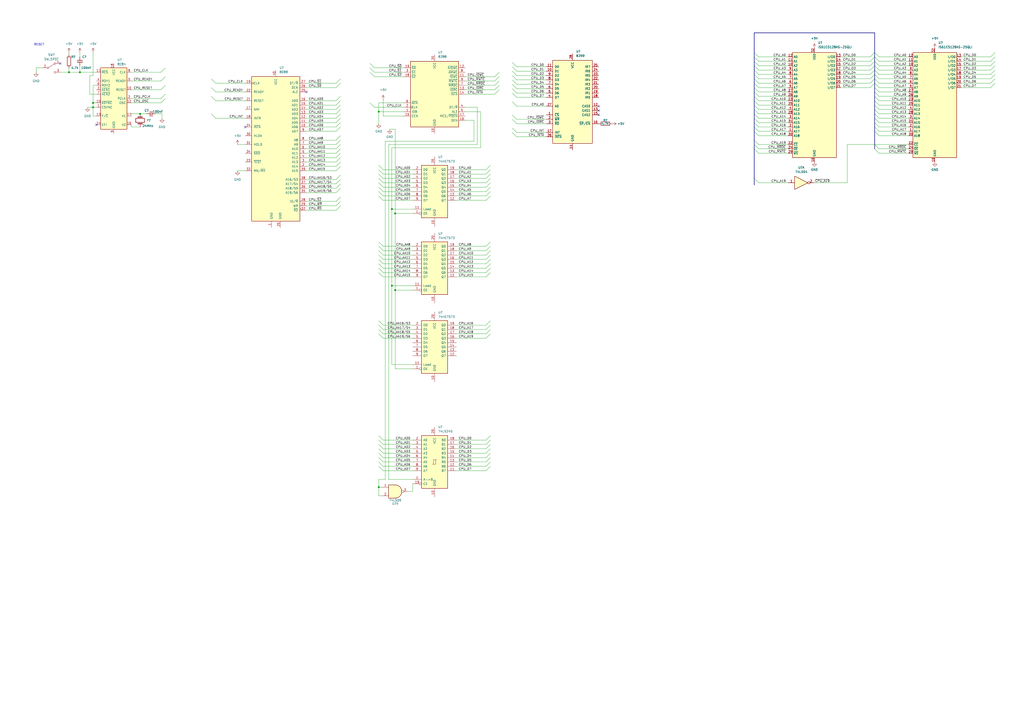
<source format=kicad_sch>
(kicad_sch (version 20211123) (generator eeschema)
  (paper "A2")
  (junction (at 53.975 59.69))
  (junction (at 229.235 123.825))
  (junction (at 229.235 168.275))
  (junction (at 227.33 165.735))
  (junction (at 40.005 41.91))
  (junction (at 219.71 282.575))
  (junction (at 46.355 41.91))
  (junction (at 53.975 62.23))
  (junction (at 81.28 66.04))
  (junction (at 219.71 64.77))
  (junction (at 227.33 121.285))
  (no_connect (at 177.8 53.34))
  (no_connect (at 142.24 73.66))
  (no_connect (at 55.88 72.39))
  (no_connect (at 34.925 36.83))
  (no_connect (at 347.345 61.595))
  (no_connect (at 347.345 64.135))
  (no_connect (at 347.345 66.675))
  (bus_entry (at 509.905 60.96) (size -2.54 -2.54))
  (bus_entry (at 281.94 270.51) (size 2.54 -2.54))
  (bus_entry (at 299.72 76.835) (size -2.54 -2.54))
  (bus_entry (at 440.055 73.66) (size -2.54 -2.54))
  (bus_entry (at 194.945 66.04) (size 2.54 -2.54))
  (bus_entry (at 605.79 66.675) (size -2.54 -2.54))
  (bus_entry (at 299.72 79.375) (size -2.54 -2.54))
  (bus_entry (at 509.905 55.88) (size -2.54 -2.54))
  (bus_entry (at 222.25 103.505) (size -2.54 -2.54))
  (bus_entry (at 504.825 45.72) (size 2.54 -2.54))
  (bus_entry (at 440.055 76.2) (size -2.54 -2.54))
  (bus_entry (at 194.945 116.84) (size 2.54 -2.54))
  (bus_entry (at 281.94 255.27) (size 2.54 -2.54))
  (bus_entry (at 194.945 76.2) (size 2.54 -2.54))
  (bus_entry (at 605.79 125.095) (size -2.54 -2.54))
  (bus_entry (at 222.25 270.51) (size -2.54 -2.54))
  (bus_entry (at 574.675 43.18) (size 2.54 -2.54))
  (bus_entry (at 299.72 38.735) (size -2.54 -2.54))
  (bus_entry (at 605.79 71.755) (size -2.54 -2.54))
  (bus_entry (at 222.25 113.665) (size -2.54 -2.54))
  (bus_entry (at 509.905 53.34) (size -2.54 -2.54))
  (bus_entry (at 217.17 62.23) (size -2.54 -2.54))
  (bus_entry (at 440.055 33.02) (size -2.54 -2.54))
  (bus_entry (at 574.675 48.26) (size 2.54 -2.54))
  (bus_entry (at 194.945 99.06) (size 2.54 -2.54))
  (bus_entry (at 440.055 66.04) (size -2.54 -2.54))
  (bus_entry (at 509.905 50.8) (size -2.54 -2.54))
  (bus_entry (at 222.25 262.89) (size -2.54 -2.54))
  (bus_entry (at 281.94 196.215) (size 2.54 -2.54))
  (bus_entry (at 222.25 255.27) (size -2.54 -2.54))
  (bus_entry (at 194.945 81.28) (size 2.54 -2.54))
  (bus_entry (at 281.94 262.89) (size 2.54 -2.54))
  (bus_entry (at 574.675 40.64) (size 2.54 -2.54))
  (bus_entry (at 214.63 41.91) (size 2.54 2.54))
  (bus_entry (at 281.94 267.97) (size 2.54 -2.54))
  (bus_entry (at 605.79 48.895) (size -2.54 -2.54))
  (bus_entry (at 281.94 155.575) (size 2.54 -2.54))
  (bus_entry (at 440.055 48.26) (size -2.54 -2.54))
  (bus_entry (at 281.94 111.125) (size 2.54 -2.54))
  (bus_entry (at 574.675 50.8) (size 2.54 -2.54))
  (bus_entry (at 281.94 153.035) (size 2.54 -2.54))
  (bus_entry (at 222.25 106.045) (size -2.54 -2.54))
  (bus_entry (at 222.25 145.415) (size -2.54 -2.54))
  (bus_entry (at 574.675 45.72) (size 2.54 -2.54))
  (bus_entry (at 440.055 60.96) (size -2.54 -2.54))
  (bus_entry (at 125.095 48.26) (size -2.54 -2.54))
  (bus_entry (at 222.25 191.135) (size -2.54 -2.54))
  (bus_entry (at 194.945 121.92) (size 2.54 -2.54))
  (bus_entry (at 440.055 68.58) (size -2.54 -2.54))
  (bus_entry (at 605.79 159.385) (size -2.54 -2.54))
  (bus_entry (at 440.055 83.82) (size -2.54 -2.54))
  (bus_entry (at 509.905 71.12) (size -2.54 -2.54))
  (bus_entry (at 222.25 188.595) (size -2.54 -2.54))
  (bus_entry (at 194.945 68.58) (size 2.54 -2.54))
  (bus_entry (at 194.945 91.44) (size 2.54 -2.54))
  (bus_entry (at 605.79 164.465) (size -2.54 -2.54))
  (bus_entry (at 605.79 120.015) (size -2.54 -2.54))
  (bus_entry (at 194.945 96.52) (size 2.54 -2.54))
  (bus_entry (at 281.94 113.665) (size 2.54 -2.54))
  (bus_entry (at 214.63 39.37) (size 2.54 2.54))
  (bus_entry (at 194.945 109.22) (size 2.54 -2.54))
  (bus_entry (at 281.94 108.585) (size 2.54 -2.54))
  (bus_entry (at 194.945 71.12) (size 2.54 -2.54))
  (bus_entry (at 281.94 142.875) (size 2.54 -2.54))
  (bus_entry (at 194.945 48.26) (size 2.54 -2.54))
  (bus_entry (at 214.63 36.83) (size 2.54 2.54))
  (bus_entry (at 194.945 93.98) (size 2.54 -2.54))
  (bus_entry (at 281.94 158.115) (size 2.54 -2.54))
  (bus_entry (at 281.94 257.81) (size 2.54 -2.54))
  (bus_entry (at 509.905 76.2) (size -2.54 -2.54))
  (bus_entry (at 125.095 68.58) (size -2.54 -2.54))
  (bus_entry (at 222.25 116.205) (size -2.54 -2.54))
  (bus_entry (at 440.055 43.18) (size -2.54 -2.54))
  (bus_entry (at 440.055 106.045) (size -2.54 -2.54))
  (bus_entry (at 222.25 267.97) (size -2.54 -2.54))
  (bus_entry (at 605.79 51.435) (size -2.54 -2.54))
  (bus_entry (at 504.825 35.56) (size 2.54 -2.54))
  (bus_entry (at 93.345 46.99) (size 2.54 -2.54))
  (bus_entry (at 299.72 48.895) (size -2.54 -2.54))
  (bus_entry (at 509.905 38.1) (size -2.54 -2.54))
  (bus_entry (at 440.055 71.12) (size -2.54 -2.54))
  (bus_entry (at 605.79 112.395) (size -2.54 -2.54))
  (bus_entry (at 440.055 35.56) (size -2.54 -2.54))
  (bus_entry (at 299.72 53.975) (size -2.54 -2.54))
  (bus_entry (at 509.905 48.26) (size -2.54 -2.54))
  (bus_entry (at 509.905 35.56) (size -2.54 -2.54))
  (bus_entry (at 194.945 104.14) (size 2.54 -2.54))
  (bus_entry (at 574.675 33.02) (size 2.54 -2.54))
  (bus_entry (at 605.79 156.845) (size -2.54 -2.54))
  (bus_entry (at 287.02 54.61) (size 2.54 -2.54))
  (bus_entry (at 299.72 69.215) (size -2.54 -2.54))
  (bus_entry (at 605.79 117.475) (size -2.54 -2.54))
  (bus_entry (at 287.02 52.07) (size 2.54 -2.54))
  (bus_entry (at 299.72 56.515) (size -2.54 -2.54))
  (bus_entry (at 222.25 98.425) (size -2.54 -2.54))
  (bus_entry (at 440.055 55.88) (size -2.54 -2.54))
  (bus_entry (at 125.095 58.42) (size -2.54 -2.54))
  (bus_entry (at 299.72 43.815) (size -2.54 -2.54))
  (bus_entry (at 93.345 57.15) (size 2.54 -2.54))
  (bus_entry (at 194.945 106.68) (size 2.54 -2.54))
  (bus_entry (at 93.345 41.91) (size 2.54 -2.54))
  (bus_entry (at 281.94 145.415) (size 2.54 -2.54))
  (bus_entry (at 222.25 260.35) (size -2.54 -2.54))
  (bus_entry (at 299.72 46.355) (size -2.54 -2.54))
  (bus_entry (at 281.94 191.135) (size 2.54 -2.54))
  (bus_entry (at 605.79 102.235) (size -2.54 -2.54))
  (bus_entry (at 281.94 147.955) (size 2.54 -2.54))
  (bus_entry (at 509.905 40.64) (size -2.54 -2.54))
  (bus_entry (at 440.055 50.8) (size -2.54 -2.54))
  (bus_entry (at 440.055 40.64) (size -2.54 -2.54))
  (bus_entry (at 509.905 33.02) (size -2.54 -2.54))
  (bus_entry (at 222.25 155.575) (size -2.54 -2.54))
  (bus_entry (at 440.055 38.1) (size -2.54 -2.54))
  (bus_entry (at 440.055 45.72) (size -2.54 -2.54))
  (bus_entry (at 194.945 111.76) (size 2.54 -2.54))
  (bus_entry (at 509.905 45.72) (size -2.54 -2.54))
  (bus_entry (at 299.72 71.755) (size -2.54 -2.54))
  (bus_entry (at 222.25 111.125) (size -2.54 -2.54))
  (bus_entry (at 281.94 150.495) (size 2.54 -2.54))
  (bus_entry (at 194.945 73.66) (size 2.54 -2.54))
  (bus_entry (at 194.945 50.8) (size 2.54 -2.54))
  (bus_entry (at 509.905 63.5) (size -2.54 -2.54))
  (bus_entry (at 287.02 46.99) (size 2.54 -2.54))
  (bus_entry (at 281.94 193.675) (size 2.54 -2.54))
  (bus_entry (at 509.905 43.18) (size -2.54 -2.54))
  (bus_entry (at 222.25 265.43) (size -2.54 -2.54))
  (bus_entry (at 222.25 196.215) (size -2.54 -2.54))
  (bus_entry (at 281.94 188.595) (size 2.54 -2.54))
  (bus_entry (at 509.905 78.74) (size -2.54 -2.54))
  (bus_entry (at 605.79 167.005) (size -2.54 -2.54))
  (bus_entry (at 605.79 74.295) (size -2.54 -2.54))
  (bus_entry (at 504.825 33.02) (size 2.54 -2.54))
  (bus_entry (at 194.945 63.5) (size 2.54 -2.54))
  (bus_entry (at 504.825 48.26) (size 2.54 -2.54))
  (bus_entry (at 509.905 66.04) (size -2.54 -2.54))
  (bus_entry (at 504.825 40.64) (size 2.54 -2.54))
  (bus_entry (at 194.945 58.42) (size 2.54 -2.54))
  (bus_entry (at 299.72 51.435) (size -2.54 -2.54))
  (bus_entry (at 504.825 38.1) (size 2.54 -2.54))
  (bus_entry (at 440.055 53.34) (size -2.54 -2.54))
  (bus_entry (at 574.675 35.56) (size 2.54 -2.54))
  (bus_entry (at 281.94 100.965) (size 2.54 -2.54))
  (bus_entry (at 194.945 119.38) (size 2.54 -2.54))
  (bus_entry (at 281.94 98.425) (size 2.54 -2.54))
  (bus_entry (at 222.25 108.585) (size -2.54 -2.54))
  (bus_entry (at 194.945 86.36) (size 2.54 -2.54))
  (bus_entry (at 222.25 147.955) (size -2.54 -2.54))
  (bus_entry (at 605.79 59.055) (size -2.54 -2.54))
  (bus_entry (at 440.055 78.74) (size -2.54 -2.54))
  (bus_entry (at 605.79 127.635) (size -2.54 -2.54))
  (bus_entry (at 605.79 64.135) (size -2.54 -2.54))
  (bus_entry (at 605.79 109.855) (size -2.54 -2.54))
  (bus_entry (at 509.905 58.42) (size -2.54 -2.54))
  (bus_entry (at 93.345 52.07) (size 2.54 -2.54))
  (bus_entry (at 281.94 116.205) (size 2.54 -2.54))
  (bus_entry (at 125.095 53.34) (size -2.54 -2.54))
  (bus_entry (at 222.25 257.81) (size -2.54 -2.54))
  (bus_entry (at 222.25 100.965) (size -2.54 -2.54))
  (bus_entry (at 222.25 193.675) (size -2.54 -2.54))
  (bus_entry (at 440.055 63.5) (size -2.54 -2.54))
  (bus_entry (at 574.675 38.1) (size 2.54 -2.54))
  (bus_entry (at 509.905 88.9) (size -2.54 -2.54))
  (bus_entry (at 281.94 106.045) (size 2.54 -2.54))
  (bus_entry (at 287.02 44.45) (size 2.54 -2.54))
  (bus_entry (at 194.945 83.82) (size 2.54 -2.54))
  (bus_entry (at 509.905 68.58) (size -2.54 -2.54))
  (bus_entry (at 222.25 273.05) (size -2.54 -2.54))
  (bus_entry (at 440.055 58.42) (size -2.54 -2.54))
  (bus_entry (at 281.94 265.43) (size 2.54 -2.54))
  (bus_entry (at 222.25 150.495) (size -2.54 -2.54))
  (bus_entry (at 299.72 41.275) (size -2.54 -2.54))
  (bus_entry (at 222.25 153.035) (size -2.54 -2.54))
  (bus_entry (at 509.905 73.66) (size -2.54 -2.54))
  (bus_entry (at 504.825 50.8) (size 2.54 -2.54))
  (bus_entry (at 281.94 273.05) (size 2.54 -2.54))
  (bus_entry (at 222.25 160.655) (size -2.54 -2.54))
  (bus_entry (at 93.345 59.69) (size 2.54 -2.54))
  (bus_entry (at 222.25 158.115) (size -2.54 -2.54))
  (bus_entry (at 281.94 160.655) (size 2.54 -2.54))
  (bus_entry (at 440.055 88.9) (size -2.54 -2.54))
  (bus_entry (at 299.72 61.595) (size -2.54 -2.54))
  (bus_entry (at 194.945 88.9) (size 2.54 -2.54))
  (bus_entry (at 222.25 142.875) (size -2.54 -2.54))
  (bus_entry (at 605.79 56.515) (size -2.54 -2.54))
  (bus_entry (at 281.94 260.35) (size 2.54 -2.54))
  (bus_entry (at 440.055 86.36) (size -2.54 -2.54))
  (bus_entry (at 504.825 43.18) (size 2.54 -2.54))
  (bus_entry (at 281.94 103.505) (size 2.54 -2.54))
  (bus_entry (at 194.945 60.96) (size 2.54 -2.54))
  (bus_entry (at 287.02 49.53) (size 2.54 -2.54))
  (bus_entry (at 605.79 104.775) (size -2.54 -2.54))
  (bus_entry (at 509.905 86.36) (size -2.54 -2.54))
  (bus (pts (xy 437.515 58.42) (xy 437.515 60.96)))
  (wire (pts (xy 527.05 71.12) (xy 509.905 71.12)))
  (wire (pts (xy 177.8 66.04) (xy 194.945 66.04)))
  (wire (pts (xy 274.955 81.915) (xy 274.955 69.85)))
  (bus (pts (xy 507.365 71.12) (xy 507.365 68.58)))
  (wire (pts (xy 457.2 83.82) (xy 440.055 83.82)))
  (wire (pts (xy 177.8 71.12) (xy 194.945 71.12)))
  (wire (pts (xy 234.315 59.69) (xy 219.71 59.69)))
  (wire (pts (xy 622.935 159.385) (xy 605.79 159.385)))
  (wire (pts (xy 226.06 74.93) (xy 229.235 74.93)))
  (bus (pts (xy 437.515 55.88) (xy 437.515 58.42)))
  (wire (pts (xy 269.875 64.77) (xy 278.765 64.77)))
  (wire (pts (xy 527.05 40.64) (xy 509.905 40.64)))
  (wire (pts (xy 557.53 38.1) (xy 574.675 38.1)))
  (wire (pts (xy 527.05 86.36) (xy 509.905 86.36)))
  (wire (pts (xy 269.875 44.45) (xy 287.02 44.45)))
  (wire (pts (xy 316.865 48.895) (xy 299.72 48.895)))
  (wire (pts (xy 457.2 76.2) (xy 440.055 76.2)))
  (wire (pts (xy 527.05 50.8) (xy 509.905 50.8)))
  (wire (pts (xy 142.24 68.58) (xy 125.095 68.58)))
  (wire (pts (xy 491.49 83.82) (xy 507.365 83.82)))
  (wire (pts (xy 53.975 59.69) (xy 53.975 62.23)))
  (wire (pts (xy 457.2 73.66) (xy 440.055 73.66)))
  (wire (pts (xy 217.17 41.91) (xy 234.315 41.91)))
  (wire (pts (xy 219.71 64.77) (xy 234.315 64.77)))
  (wire (pts (xy 137.795 83.82) (xy 142.24 83.82)))
  (wire (pts (xy 229.235 123.825) (xy 229.235 168.275)))
  (wire (pts (xy 40.005 41.91) (xy 46.355 41.91)))
  (bus (pts (xy 437.515 60.96) (xy 437.515 63.5)))
  (bus (pts (xy 507.365 83.82) (xy 507.365 76.2)))
  (wire (pts (xy 527.05 38.1) (xy 509.905 38.1)))
  (wire (pts (xy 457.2 58.42) (xy 440.055 58.42)))
  (wire (pts (xy 557.53 48.26) (xy 574.675 48.26)))
  (wire (pts (xy 457.2 48.26) (xy 440.055 48.26)))
  (wire (pts (xy 278.765 64.77) (xy 278.765 85.725)))
  (wire (pts (xy 457.2 55.88) (xy 440.055 55.88)))
  (wire (pts (xy 177.8 88.9) (xy 194.945 88.9)))
  (wire (pts (xy 487.68 48.26) (xy 504.825 48.26)))
  (wire (pts (xy 487.68 40.64) (xy 504.825 40.64)))
  (wire (pts (xy 316.865 43.815) (xy 299.72 43.815)))
  (wire (pts (xy 177.8 116.84) (xy 194.945 116.84)))
  (wire (pts (xy 223.52 81.915) (xy 274.955 81.915)))
  (wire (pts (xy 316.865 56.515) (xy 299.72 56.515)))
  (bus (pts (xy 437.515 66.04) (xy 437.515 68.58)))
  (wire (pts (xy 177.8 81.28) (xy 194.945 81.28)))
  (wire (pts (xy 227.33 165.735) (xy 227.33 211.455)))
  (wire (pts (xy 40.005 39.37) (xy 40.005 41.91)))
  (bus (pts (xy 437.515 43.18) (xy 437.515 45.72)))
  (bus (pts (xy 437.515 86.36) (xy 437.515 103.505)))
  (bus (pts (xy 507.365 53.34) (xy 507.365 50.8)))
  (wire (pts (xy 264.795 262.89) (xy 281.94 262.89)))
  (wire (pts (xy 457.2 60.96) (xy 440.055 60.96)))
  (wire (pts (xy 527.05 66.04) (xy 509.905 66.04)))
  (wire (pts (xy 264.795 147.955) (xy 281.94 147.955)))
  (wire (pts (xy 53.975 62.23) (xy 55.88 62.23)))
  (wire (pts (xy 177.8 99.06) (xy 194.945 99.06)))
  (wire (pts (xy 229.235 74.93) (xy 229.235 123.825)))
  (wire (pts (xy 557.53 40.64) (xy 574.675 40.64)))
  (wire (pts (xy 457.2 40.64) (xy 440.055 40.64)))
  (wire (pts (xy 52.07 54.61) (xy 55.88 54.61)))
  (wire (pts (xy 76.2 72.39) (xy 76.2 73.66)))
  (wire (pts (xy 142.24 53.34) (xy 125.095 53.34)))
  (wire (pts (xy 239.395 188.595) (xy 222.25 188.595)))
  (bus (pts (xy 507.365 43.18) (xy 507.365 40.64)))
  (wire (pts (xy 236.855 285.115) (xy 239.395 285.115)))
  (wire (pts (xy 527.05 48.26) (xy 509.905 48.26)))
  (wire (pts (xy 457.2 71.12) (xy 440.055 71.12)))
  (wire (pts (xy 457.2 63.5) (xy 440.055 63.5)))
  (wire (pts (xy 557.53 33.02) (xy 574.675 33.02)))
  (wire (pts (xy 225.425 278.13) (xy 239.395 278.13)))
  (wire (pts (xy 457.2 50.8) (xy 440.055 50.8)))
  (wire (pts (xy 622.935 51.435) (xy 605.79 51.435)))
  (wire (pts (xy 274.955 69.85) (xy 269.875 69.85)))
  (bus (pts (xy 437.515 76.2) (xy 437.515 81.28)))
  (bus (pts (xy 507.365 73.66) (xy 507.365 71.12)))
  (bus (pts (xy 437.515 68.58) (xy 437.515 71.12)))
  (bus (pts (xy 437.515 83.82) (xy 437.515 86.36)))
  (wire (pts (xy 527.05 55.88) (xy 509.905 55.88)))
  (wire (pts (xy 622.935 74.295) (xy 605.79 74.295)))
  (wire (pts (xy 264.795 98.425) (xy 281.94 98.425)))
  (wire (pts (xy 622.935 112.395) (xy 605.79 112.395)))
  (wire (pts (xy 527.05 73.66) (xy 509.905 73.66)))
  (wire (pts (xy 276.86 62.23) (xy 269.875 62.23)))
  (wire (pts (xy 622.935 120.015) (xy 605.79 120.015)))
  (wire (pts (xy 457.2 78.74) (xy 440.055 78.74)))
  (bus (pts (xy 507.365 76.2) (xy 507.365 73.66)))
  (wire (pts (xy 177.8 119.38) (xy 194.945 119.38)))
  (wire (pts (xy 225.425 278.13) (xy 225.425 83.82)))
  (wire (pts (xy 52.07 43.815) (xy 52.07 54.61)))
  (wire (pts (xy 457.2 86.36) (xy 440.055 86.36)))
  (wire (pts (xy 264.795 257.81) (xy 281.94 257.81)))
  (wire (pts (xy 239.395 106.045) (xy 222.25 106.045)))
  (wire (pts (xy 239.395 257.81) (xy 222.25 257.81)))
  (wire (pts (xy 264.795 196.215) (xy 281.94 196.215)))
  (wire (pts (xy 527.05 58.42) (xy 509.905 58.42)))
  (wire (pts (xy 229.235 213.995) (xy 239.395 213.995)))
  (wire (pts (xy 46.355 30.48) (xy 46.355 33.02)))
  (wire (pts (xy 527.05 63.5) (xy 509.905 63.5)))
  (wire (pts (xy 264.795 270.51) (xy 281.94 270.51)))
  (wire (pts (xy 457.2 38.1) (xy 440.055 38.1)))
  (wire (pts (xy 316.865 53.975) (xy 299.72 53.975)))
  (wire (pts (xy 622.935 59.055) (xy 605.79 59.055)))
  (wire (pts (xy 76.2 57.15) (xy 93.345 57.15)))
  (wire (pts (xy 229.235 168.275) (xy 229.235 213.995)))
  (wire (pts (xy 457.2 68.58) (xy 440.055 68.58)))
  (wire (pts (xy 177.8 68.58) (xy 194.945 68.58)))
  (wire (pts (xy 622.935 127.635) (xy 605.79 127.635)))
  (wire (pts (xy 177.8 76.2) (xy 194.945 76.2)))
  (wire (pts (xy 457.2 106.045) (xy 440.055 106.045)))
  (wire (pts (xy 264.795 155.575) (xy 281.94 155.575)))
  (wire (pts (xy 76.2 41.91) (xy 93.345 41.91)))
  (wire (pts (xy 316.865 71.755) (xy 299.72 71.755)))
  (wire (pts (xy 239.395 265.43) (xy 222.25 265.43)))
  (wire (pts (xy 53.975 43.815) (xy 52.07 43.815)))
  (wire (pts (xy 239.395 160.655) (xy 222.25 160.655)))
  (wire (pts (xy 557.53 43.18) (xy 574.675 43.18)))
  (wire (pts (xy 239.395 262.89) (xy 222.25 262.89)))
  (wire (pts (xy 622.935 117.475) (xy 605.79 117.475)))
  (wire (pts (xy 457.2 88.9) (xy 440.055 88.9)))
  (bus (pts (xy 437.515 35.56) (xy 437.515 38.1)))
  (bus (pts (xy 437.515 63.5) (xy 437.515 66.04)))
  (wire (pts (xy 93.98 66.04) (xy 93.98 68.58)))
  (wire (pts (xy 622.935 156.845) (xy 605.79 156.845)))
  (wire (pts (xy 457.2 66.04) (xy 440.055 66.04)))
  (wire (pts (xy 177.8 58.42) (xy 194.945 58.42)))
  (wire (pts (xy 239.395 158.115) (xy 222.25 158.115)))
  (wire (pts (xy 622.935 48.895) (xy 605.79 48.895)))
  (wire (pts (xy 316.865 79.375) (xy 299.72 79.375)))
  (bus (pts (xy 437.515 45.72) (xy 437.515 48.26)))
  (wire (pts (xy 46.355 41.91) (xy 55.88 41.91)))
  (wire (pts (xy 53.975 59.69) (xy 55.88 59.69)))
  (wire (pts (xy 219.71 282.575) (xy 219.71 278.13)))
  (wire (pts (xy 264.795 108.585) (xy 281.94 108.585)))
  (wire (pts (xy 269.875 54.61) (xy 287.02 54.61)))
  (wire (pts (xy 177.8 96.52) (xy 194.945 96.52)))
  (wire (pts (xy 487.68 50.8) (xy 504.825 50.8)))
  (wire (pts (xy 487.68 35.56) (xy 504.825 35.56)))
  (wire (pts (xy 264.795 145.415) (xy 281.94 145.415)))
  (wire (pts (xy 20.955 39.37) (xy 24.765 39.37)))
  (wire (pts (xy 229.235 168.275) (xy 239.395 168.275)))
  (bus (pts (xy 437.515 38.1) (xy 437.515 40.64)))
  (bus (pts (xy 437.515 48.26) (xy 437.515 50.8)))
  (wire (pts (xy 239.395 260.35) (xy 222.25 260.35)))
  (wire (pts (xy 316.865 61.595) (xy 299.72 61.595)))
  (wire (pts (xy 219.71 287.655) (xy 221.615 287.655)))
  (wire (pts (xy 316.865 69.215) (xy 299.72 69.215)))
  (bus (pts (xy 507.365 35.56) (xy 507.365 33.02)))
  (wire (pts (xy 622.935 56.515) (xy 605.79 56.515)))
  (wire (pts (xy 219.71 59.69) (xy 219.71 64.77)))
  (wire (pts (xy 142.24 99.06) (xy 137.795 99.06)))
  (wire (pts (xy 264.795 106.045) (xy 281.94 106.045)))
  (wire (pts (xy 316.865 76.835) (xy 299.72 76.835)))
  (bus (pts (xy 437.515 40.64) (xy 437.515 43.18)))
  (wire (pts (xy 177.8 48.26) (xy 194.945 48.26)))
  (wire (pts (xy 177.8 109.22) (xy 194.945 109.22)))
  (wire (pts (xy 557.53 35.56) (xy 574.675 35.56)))
  (wire (pts (xy 527.05 33.02) (xy 509.905 33.02)))
  (wire (pts (xy 527.05 53.34) (xy 509.905 53.34)))
  (wire (pts (xy 55.88 49.53) (xy 53.975 49.53)))
  (wire (pts (xy 177.8 50.8) (xy 194.945 50.8)))
  (wire (pts (xy 53.975 49.53) (xy 53.975 59.69)))
  (wire (pts (xy 239.395 116.205) (xy 222.25 116.205)))
  (wire (pts (xy 177.8 60.96) (xy 194.945 60.96)))
  (wire (pts (xy 622.935 104.775) (xy 605.79 104.775)))
  (wire (pts (xy 239.395 191.135) (xy 222.25 191.135)))
  (wire (pts (xy 239.395 100.965) (xy 222.25 100.965)))
  (wire (pts (xy 20.955 41.91) (xy 20.955 39.37)))
  (wire (pts (xy 229.235 123.825) (xy 239.395 123.825)))
  (wire (pts (xy 227.33 121.285) (xy 227.33 165.735)))
  (wire (pts (xy 53.975 30.48) (xy 53.975 43.815)))
  (wire (pts (xy 264.795 116.205) (xy 281.94 116.205)))
  (wire (pts (xy 219.71 282.575) (xy 219.71 287.655)))
  (bus (pts (xy 437.515 103.505) (xy 437.515 107.315)))
  (wire (pts (xy 622.935 102.235) (xy 605.79 102.235)))
  (wire (pts (xy 234.315 44.45) (xy 217.17 44.45)))
  (wire (pts (xy 227.33 211.455) (xy 239.395 211.455)))
  (wire (pts (xy 177.8 83.82) (xy 194.945 83.82)))
  (bus (pts (xy 507.365 45.72) (xy 507.365 43.18)))
  (wire (pts (xy 622.935 66.675) (xy 605.79 66.675)))
  (wire (pts (xy 264.795 191.135) (xy 281.94 191.135)))
  (bus (pts (xy 507.365 48.26) (xy 507.365 45.72)))
  (wire (pts (xy 276.86 83.82) (xy 276.86 62.23)))
  (bus (pts (xy 507.365 58.42) (xy 507.365 55.88)))
  (wire (pts (xy 487.68 45.72) (xy 504.825 45.72)))
  (wire (pts (xy 527.05 76.2) (xy 509.905 76.2)))
  (wire (pts (xy 76.2 59.69) (xy 93.345 59.69)))
  (wire (pts (xy 177.8 106.68) (xy 194.945 106.68)))
  (wire (pts (xy 264.795 150.495) (xy 281.94 150.495)))
  (wire (pts (xy 177.8 73.66) (xy 194.945 73.66)))
  (wire (pts (xy 269.875 52.07) (xy 287.02 52.07)))
  (bus (pts (xy 507.365 33.02) (xy 507.365 30.48)))
  (wire (pts (xy 264.795 273.05) (xy 281.94 273.05)))
  (bus (pts (xy 507.365 86.36) (xy 507.365 83.82)))
  (wire (pts (xy 457.2 33.02) (xy 440.055 33.02)))
  (wire (pts (xy 269.875 49.53) (xy 287.02 49.53)))
  (wire (pts (xy 142.24 48.26) (xy 125.095 48.26)))
  (wire (pts (xy 177.8 111.76) (xy 194.945 111.76)))
  (wire (pts (xy 239.395 267.97) (xy 222.25 267.97)))
  (wire (pts (xy 487.68 38.1) (xy 504.825 38.1)))
  (bus (pts (xy 507.365 60.96) (xy 507.365 58.42)))
  (bus (pts (xy 437.515 33.02) (xy 437.515 35.56)))
  (wire (pts (xy 234.315 39.37) (xy 217.17 39.37)))
  (wire (pts (xy 457.2 45.72) (xy 440.055 45.72)))
  (wire (pts (xy 34.925 41.91) (xy 40.005 41.91)))
  (wire (pts (xy 264.795 158.115) (xy 281.94 158.115)))
  (wire (pts (xy 264.795 100.965) (xy 281.94 100.965)))
  (wire (pts (xy 90.17 66.04) (xy 93.98 66.04)))
  (wire (pts (xy 225.425 83.82) (xy 276.86 83.82)))
  (wire (pts (xy 487.68 33.02) (xy 504.825 33.02)))
  (wire (pts (xy 227.33 165.735) (xy 239.395 165.735)))
  (bus (pts (xy 507.365 30.48) (xy 507.365 19.05)))
  (wire (pts (xy 177.8 91.44) (xy 194.945 91.44)))
  (wire (pts (xy 239.395 108.585) (xy 222.25 108.585)))
  (wire (pts (xy 239.395 193.675) (xy 222.25 193.675)))
  (bus (pts (xy 507.365 38.1) (xy 507.365 35.56)))
  (wire (pts (xy 457.2 53.34) (xy 440.055 53.34)))
  (wire (pts (xy 239.395 113.665) (xy 222.25 113.665)))
  (wire (pts (xy 557.53 45.72) (xy 574.675 45.72)))
  (wire (pts (xy 239.395 155.575) (xy 222.25 155.575)))
  (wire (pts (xy 557.53 50.8) (xy 574.675 50.8)))
  (wire (pts (xy 264.795 193.675) (xy 281.94 193.675)))
  (wire (pts (xy 53.975 67.31) (xy 53.975 62.23)))
  (wire (pts (xy 239.395 142.875) (xy 222.25 142.875)))
  (wire (pts (xy 491.49 106.045) (xy 491.49 83.82)))
  (wire (pts (xy 264.795 188.595) (xy 281.94 188.595)))
  (wire (pts (xy 622.935 125.095) (xy 605.79 125.095)))
  (wire (pts (xy 457.2 35.56) (xy 440.055 35.56)))
  (wire (pts (xy 316.865 51.435) (xy 299.72 51.435)))
  (wire (pts (xy 227.33 121.285) (xy 239.395 121.285)))
  (bus (pts (xy 507.365 68.58) (xy 507.365 66.04)))
  (wire (pts (xy 76.2 67.31) (xy 76.2 66.04)))
  (wire (pts (xy 239.395 98.425) (xy 222.25 98.425)))
  (wire (pts (xy 622.935 64.135) (xy 605.79 64.135)))
  (wire (pts (xy 223.52 278.13) (xy 223.52 81.915)))
  (bus (pts (xy 507.365 19.05) (xy 437.515 19.05)))
  (wire (pts (xy 40.005 30.48) (xy 40.005 31.75)))
  (wire (pts (xy 622.935 167.005) (xy 605.79 167.005)))
  (wire (pts (xy 227.33 85.725) (xy 227.33 121.285)))
  (wire (pts (xy 622.935 71.755) (xy 605.79 71.755)))
  (wire (pts (xy 507.365 83.82) (xy 527.05 83.82)))
  (wire (pts (xy 316.865 38.735) (xy 299.72 38.735)))
  (bus (pts (xy 507.365 66.04) (xy 507.365 63.5)))
  (wire (pts (xy 177.8 63.5) (xy 194.945 63.5)))
  (wire (pts (xy 76.2 46.99) (xy 93.345 46.99)))
  (wire (pts (xy 264.795 113.665) (xy 281.94 113.665)))
  (wire (pts (xy 142.24 58.42) (xy 125.095 58.42)))
  (bus (pts (xy 507.365 40.64) (xy 507.365 38.1)))
  (wire (pts (xy 234.315 62.23) (xy 217.17 62.23)))
  (wire (pts (xy 264.795 111.125) (xy 281.94 111.125)))
  (wire (pts (xy 219.71 64.77) (xy 219.71 71.755)))
  (wire (pts (xy 222.25 57.785) (xy 222.25 67.31)))
  (bus (pts (xy 437.515 71.12) (xy 437.515 73.66)))
  (wire (pts (xy 239.395 103.505) (xy 222.25 103.505)))
  (wire (pts (xy 177.8 121.92) (xy 194.945 121.92)))
  (wire (pts (xy 76.2 66.04) (xy 81.28 66.04)))
  (wire (pts (xy 527.05 43.18) (xy 509.905 43.18)))
  (wire (pts (xy 264.795 265.43) (xy 281.94 265.43)))
  (wire (pts (xy 239.395 111.125) (xy 222.25 111.125)))
  (wire (pts (xy 264.795 153.035) (xy 281.94 153.035)))
  (wire (pts (xy 222.25 67.31) (xy 234.315 67.31)))
  (wire (pts (xy 46.355 38.1) (xy 46.355 41.91)))
  (wire (pts (xy 177.8 93.98) (xy 194.945 93.98)))
  (bus (pts (xy 507.365 63.5) (xy 507.365 60.96)))
  (wire (pts (xy 264.795 142.875) (xy 281.94 142.875)))
  (wire (pts (xy 264.795 160.655) (xy 281.94 160.655)))
  (wire (pts (xy 622.935 164.465) (xy 605.79 164.465)))
  (wire (pts (xy 239.395 196.215) (xy 222.25 196.215)))
  (bus (pts (xy 437.515 81.28) (xy 437.515 83.82)))
  (wire (pts (xy 239.395 255.27) (xy 222.25 255.27)))
  (wire (pts (xy 81.28 66.04) (xy 85.09 66.04)))
  (bus (pts (xy 437.515 73.66) (xy 437.515 76.2)))
  (wire (pts (xy 239.395 145.415) (xy 222.25 145.415)))
  (wire (pts (xy 239.395 153.035) (xy 222.25 153.035)))
  (wire (pts (xy 527.05 88.9) (xy 509.905 88.9)))
  (wire (pts (xy 264.795 267.97) (xy 281.94 267.97)))
  (bus (pts (xy 437.515 30.48) (xy 437.515 33.02)))
  (wire (pts (xy 527.05 78.74) (xy 509.905 78.74)))
  (wire (pts (xy 50.8 62.23) (xy 53.975 62.23)))
  (wire (pts (xy 472.44 106.045) (xy 491.49 106.045)))
  (wire (pts (xy 527.05 45.72) (xy 509.905 45.72)))
  (wire (pts (xy 316.865 46.355) (xy 299.72 46.355)))
  (wire (pts (xy 264.795 260.35) (xy 281.94 260.35)))
  (bus (pts (xy 437.515 50.8) (xy 437.515 53.34)))
  (bus (pts (xy 437.515 53.34) (xy 437.515 55.88)))
  (wire (pts (xy 239.395 147.955) (xy 222.25 147.955)))
  (bus (pts (xy 437.515 19.05) (xy 437.515 30.48)))
  (wire (pts (xy 622.935 109.855) (xy 605.79 109.855)))
  (wire (pts (xy 269.875 46.99) (xy 287.02 46.99)))
  (wire (pts (xy 219.71 278.13) (xy 223.52 278.13)))
  (wire (pts (xy 239.395 270.51) (xy 222.25 270.51)))
  (wire (pts (xy 177.8 86.36) (xy 194.945 86.36)))
  (bus (pts (xy 507.365 55.88) (xy 507.365 53.34)))
  (wire (pts (xy 55.88 67.31) (xy 53.975 67.31)))
  (wire (pts (xy 76.2 52.07) (xy 93.345 52.07)))
  (bus (pts (xy 507.365 50.8) (xy 507.365 48.26)))
  (wire (pts (xy 264.795 103.505) (xy 281.94 103.505)))
  (wire (pts (xy 487.68 43.18) (xy 504.825 43.18)))
  (wire (pts (xy 278.765 85.725) (xy 227.33 85.725)))
  (wire (pts (xy 264.795 255.27) (xy 281.94 255.27)))
  (wire (pts (xy 177.8 104.14) (xy 194.945 104.14)))
  (wire (pts (xy 527.05 68.58) (xy 509.905 68.58)))
  (wire (pts (xy 239.395 150.495) (xy 222.25 150.495)))
  (wire (pts (xy 76.2 73.66) (xy 81.28 73.66)))
  (wire (pts (xy 239.395 273.05) (xy 222.25 273.05)))
  (wire (pts (xy 457.2 43.18) (xy 440.055 43.18)))
  (wire (pts (xy 527.05 35.56) (xy 509.905 35.56)))
  (wire (pts (xy 221.615 282.575) (xy 219.71 282.575)))
  (wire (pts (xy 316.865 41.275) (xy 299.72 41.275)))
  (wire (pts (xy 239.395 285.115) (xy 239.395 280.67)))
  (wire (pts (xy 527.05 60.96) (xy 509.905 60.96)))
  (text "RESET\n" (at 19.685 26.67 0) (effects (font (size 1.27 1.27)) (justify left bottom)))
  (label "CPU_PCLK" (at 77.47 57.15 0))
  (label "CPU_A2" (at 621.665 64.135 180))
  (label "CPU_D1" (at 558.8 35.56 0))
  (label "CPU_A5" (at 621.665 109.855 180))
  (label "CPU_AA13" (at 238.125 155.575 180))
  (label "CPU_D1" (at 266.065 257.81 0))
  (label "CPU_AD0" (at 238.125 255.27 180))
  (label "CPU_A13" (at 266.065 155.575 0))
  (label "CPU_~{S0}" (at 179.07 50.8 0))
  (label "CPU_A12" (at 455.93 63.5 180))
  (label "CPU_~{MRDC}" (at 271.145 49.53 0))
  (label "CPU_A4" (at 525.78 43.18 180))
  (label "CPU_D4" (at 266.065 265.43 0))
  (label "CPU_A13" (at 525.78 66.04 180))
  (label "CPU_A8" (at 266.065 142.875 0))
  (label "CPU_~{MWTC}" (at 525.78 88.9 180))
  (label "CPU_A3" (at 455.93 40.64 180))
  (label "CPU_D7" (at 558.8 50.8 0))
  (label "CPU_~{WR}" (at 179.07 119.38 0))
  (label "CPU_A3" (at 621.665 71.755 180))
  (label "CPU_D1" (at 315.595 41.275 180))
  (label "CPU_AD6" (at 179.07 73.66 0))
  (label "CPU_A8" (at 455.93 53.34 180))
  (label "CPU_AD4" (at 179.07 68.58 0))
  (label "CPU_~{S2}" (at 233.045 44.45 180))
  (label "CPU_D4" (at 488.95 43.18 0))
  (label "CPU_D4" (at 558.8 43.18 0))
  (label "CPU_AD5" (at 179.07 71.12 0))
  (label "CPU_A6" (at 455.93 48.26 180))
  (label "CPU_D2" (at 266.065 260.35 0))
  (label "CPU_A12" (at 525.78 63.5 180))
  (label "CPU_AD1" (at 238.125 257.81 180))
  (label "CPU_A11" (at 455.93 60.96 180))
  (label "CPU_A6" (at 525.78 48.26 180))
  (label "CPU_A7" (at 455.93 50.8 180))
  (label "CPU_AD5" (at 238.125 267.97 180))
  (label "CPU_A1" (at 266.065 100.965 0))
  (label "CPU_A16" (at 455.93 73.66 180))
  (label "CPU_A2" (at 525.78 38.1 180))
  (label "CPU_~{IORC}" (at 271.145 52.07 0))
  (label "CPU_A17" (at 455.93 76.2 180))
  (label "CPU_A19" (at 621.665 167.005 180))
  (label "CPU_CLK" (at 140.97 48.26 180))
  (label "CPU_A13" (at 455.93 66.04 180))
  (label "CPU_A8" (at 621.665 156.845 180))
  (label "CPU_AD2" (at 238.125 260.35 180))
  (label "CPU_D2" (at 315.595 43.815 180))
  (label "CPU_A14" (at 266.065 158.115 0))
  (label "CPU_A17" (at 525.78 76.2 180))
  (label "CPU_A14" (at 455.93 68.58 180))
  (label "CPU_AD3" (at 238.125 262.89 180))
  (label "CPU_A19" (at 455.93 83.82 180))
  (label "CPU_~{INTA}" (at 271.145 54.61 0))
  (label "CPU_AD0" (at 238.125 98.425 180))
  (label "CPU_A0" (at 455.93 33.02 180))
  (label "CPU_A1" (at 621.665 56.515 180))
  (label "CPU_A11" (at 621.665 59.055 180))
  (label "CPU_A4" (at 455.93 43.18 180))
  (label "CPU_~{MRDC}" (at 525.78 86.36 180))
  (label "CPU_~{IORC}" (at 315.595 71.755 180))
  (label "CPU_AA14" (at 179.07 96.52 0))
  (label "CPU_A10" (at 266.065 147.955 0))
  (label "CPU_A19" (at 455.93 106.045 180))
  (label "CPU_A5" (at 266.065 111.125 0))
  (label "CPU_AD6" (at 238.125 113.665 180))
  (label "CPU_AA16{slash}S3" (at 238.125 188.595 180))
  (label "CPU_D0" (at 266.065 255.27 0))
  (label "CPU_AD7" (at 238.125 273.05 180))
  (label "CPU_A18" (at 621.665 159.385 180))
  (label "CPU_AA12" (at 179.07 91.44 0))
  (label "CPU_A7" (at 266.065 116.205 0))
  (label "CPU_AA18{slash}S5" (at 179.07 109.22 0))
  (label "CPU_AA10" (at 179.07 86.36 0))
  (label "CPU_A0" (at 621.665 48.895 180))
  (label "CPU_A5" (at 525.78 45.72 180))
  (label "CPU_AD2" (at 238.125 103.505 180))
  (label "CPU_AD6" (at 238.125 270.51 180))
  (label "CPU_D1" (at 488.95 35.56 0))
  (label "CPU_AA8" (at 238.125 142.875 180))
  (label "CPU_D2" (at 488.95 38.1 0))
  (label "CPU_~{MWTC}" (at 271.145 46.99 0))
  (label "CPU_AD5" (at 238.125 111.125 180))
  (label "CPU_A3" (at 525.78 40.64 180))
  (label "CPU_A6" (at 266.065 113.665 0))
  (label "CPU_D5" (at 488.95 45.72 0))
  (label "CPU_AD1" (at 179.07 60.96 0))
  (label "CPU_A5" (at 455.93 45.72 180))
  (label "CPU_AD7" (at 238.125 116.205 180))
  (label "CPU_D6" (at 488.95 48.26 0))
  (label "CPU_AA8" (at 179.07 81.28 0))
  (label "CPU_OSC" (at 77.47 59.69 0))
  (label "CPU_A3" (at 266.065 106.045 0))
  (label "CPU_A11" (at 525.78 60.96 180))
  (label "CPU_AA14" (at 238.125 158.115 180))
  (label "CPU_AA10" (at 238.125 147.955 180))
  (label "CPU_AA18{slash}S5" (at 238.125 193.675 180))
  (label "CPU_A12" (at 266.065 153.035 0))
  (label "CPU_AA17{slash}S4" (at 238.125 191.135 180))
  (label "CPU_CLK" (at 77.47 41.91 0))
  (label "CPU_D7" (at 266.065 273.05 0))
  (label "CPU_RESET" (at 77.47 52.07 0))
  (label "CPU_D3" (at 488.95 40.64 0))
  (label "CPU_D0" (at 315.595 38.735 180))
  (label "CPU_A10" (at 455.93 58.42 180))
  (label "CPU_A9" (at 525.78 55.88 180))
  (label "CPU_AA9" (at 238.125 145.415 180))
  (label "CPU_AA12" (at 238.125 153.035 180))
  (label "CPU_A1" (at 455.93 35.56 180))
  (label "CPU_D6" (at 315.595 53.975 180))
  (label "CPU_A0" (at 315.595 61.595 180))
  (label "CPU_A15" (at 621.665 112.395 180))
  (label "CPU_D4" (at 315.595 48.895 180))
  (label "CPU_A18" (at 525.78 78.74 180))
  (label "CPU_D6" (at 266.065 270.51 0))
  (label "CPU_AD7" (at 179.07 76.2 0))
  (label "CPU_~{RD}" (at 179.07 121.92 0))
  (label "CPU_A16" (at 621.665 120.015 180))
  (label "CPU_A7" (at 621.665 125.095 180))
  (label "CPU_~{S2}" (at 179.07 116.84 0))
  (label "CPU_A18" (at 455.93 78.74 180))
  (label "CPU_A17" (at 621.665 127.635 180))
  (label "CPU_A9" (at 455.93 55.88 180))
  (label "CPU_AD1" (at 238.125 100.965 180))
  (label "CPU_A6" (at 621.665 117.475 180))
  (label "CPU_D5" (at 558.8 45.72 0))
  (label "CPU_D3" (at 558.8 40.64 0))
  (label "CPU_AA11" (at 179.07 88.9 0))
  (label "CPU_AA13" (at 179.07 93.98 0))
  (label "CPU_AA9" (at 179.07 83.82 0))
  (label "CPU_A15" (at 266.065 160.655 0))
  (label "CPU_~{INTA}" (at 315.595 79.375 180))
  (label "CPU_~{S0}" (at 233.045 39.37 180))
  (label "CPU_A14" (at 525.78 68.58 180))
  (label "CPU_D6" (at 558.8 48.26 0))
  (label "CPU_D0" (at 488.95 33.02 0))
  (label "CPU_~{S1}" (at 179.07 48.26 0))
  (label "CPU_A9" (at 266.065 145.415 0))
  (label "CPU_~{MWTC}" (at 455.93 88.9 180))
  (label "CPU_A15" (at 525.78 71.12 180))
  (label "CPU_D3" (at 266.065 262.89 0))
  (label "CPU_~{IOWC}" (at 271.145 44.45 0))
  (label "CPU_INT" (at 140.97 68.58 180))
  (label "CPU_A0" (at 266.065 98.425 0))
  (label "CPU_A8" (at 525.78 53.34 180))
  (label "CPU_D2" (at 558.8 38.1 0))
  (label "CPU_A18" (at 266.065 193.675 0))
  (label "CPU_AD4" (at 238.125 108.585 180))
  (label "CPU_A16" (at 266.065 188.595 0))
  (label "CPU_D0" (at 558.8 33.02 0))
  (label "CPU_AA17{slash}S4" (at 179.07 106.68 0))
  (label "CPU_A1" (at 525.78 35.56 180))
  (label "CPU_INT" (at 315.595 76.835 180))
  (label "~{CPU_A19}" (at 481.33 106.045 180))
  (label "CPU_A2" (at 266.065 103.505 0))
  (label "CPU_A11" (at 266.065 150.495 0))
  (label "CPU_AA15" (at 238.125 160.655 180))
  (label "CPU_A4" (at 621.665 102.235 180))
  (label "CPU_AD4" (at 238.125 265.43 180))
  (label "CPU_~{S1}" (at 233.045 41.91 180))
  (label "CPU_AD3" (at 179.07 66.04 0))
  (label "CPU_AD3" (at 238.125 106.045 180))
  (label "CPU_A4" (at 266.065 108.585 0))
  (label "CPU_A15" (at 455.93 71.12 180))
  (label "CPU_A12" (at 621.665 66.675 180))
  (label "CPU_D7" (at 488.95 50.8 0))
  (label "CPU_A10" (at 621.665 51.435 180))
  (label "CPU_~{MRDC}" (at 455.93 86.36 180))
  (label "CPU_AA19{slash}S6" (at 238.125 196.215 180))
  (label "CPU_A19" (at 266.065 196.215 0))
  (label "CPU_AA16{slash}S3" (at 179.07 104.14 0))
  (label "CPU_A16" (at 525.78 73.66 180))
  (label "CPU_A2" (at 455.93 38.1 180))
  (label "CPU_AD2" (at 179.07 63.5 0))
  (label "CPU_AA11" (at 238.125 150.495 180))
  (label "CPU_D3" (at 315.595 46.355 180))
  (label "CPU_A17" (at 266.065 191.135 0))
  (label "CPU_A7" (at 525.78 50.8 180))
  (label "CPU_~{IOWC}" (at 315.595 69.215 180))
  (label "CPU_READY" (at 140.97 53.34 180))
  (label "CPU_A13" (at 621.665 74.295 180))
  (label "CPU_AA19{slash}S6" (at 179.07 111.76 0))
  (label "CPU_A14" (at 621.665 104.775 180))
  (label "CPU_READY" (at 77.47 46.99 0))
  (label "CPU_D7" (at 315.595 56.515 180))
  (label "CPU_A0" (at 525.78 33.02 180))
  (label "CPU_CLK" (at 233.045 62.23 180))
  (label "CPU_A10" (at 525.78 58.42 180))
  (label "CPU_D5" (at 266.065 267.97 0))
  (label "CPU_A9" (at 621.665 164.465 180))
  (label "CPU_AD0" (at 179.07 58.42 0))
  (label "CPU_D5" (at 315.595 51.435 180))
  (label "CPU_RESET" (at 140.97 58.42 180))
  (label "CPU_AA15" (at 179.07 99.06 0))
  (symbol (lib_id "power:+5V") (at 46.355 30.48 0) (unit 1)
    (property "Reference" "#PWR?" (effects hide))
    (property "Value" "+5V" (at 46.355 25.4 0))
  )
  (symbol (lib_id "Device:C_Small") (at 87.63 66.04 90) (unit 1)
    (property "Reference" "C?" (at 86.36 64.135 90) (effects (justify left)))
    (property "Value" "100nF" (at 94.615 64.77 90) (effects (justify left)))
    (property "Footprint" "Capacitor_THT:C_Rect_L7.0mm_W2.0mm_P5.00mm" (effects hide))
  )
  (symbol (lib_id "Device:R") (at 40.005 35.56 0) (unit 1)
    (property "Reference" "R?" (at 41.275 33.02 0) (effects (justify left)))
    (property "Value" "4.7k" (at 41.275 39.37 0) (effects (justify left)))
    (property "Footprint" "Resistor_THT:R_Axial_DIN0204_L3.6mm_D1.6mm_P2.54mm_Vertical" (effects hide))
  )
  (symbol (lib_id "power:+5V") (at 222.25 57.785 0) (unit 1)
    (property "Reference" "#PWR?" (effects hide))
    (property "Value" "+5V" (at 222.25 52.07 0))
  )
  (symbol (lib_id "power:GND") (at 542.29 93.98 0) (unit 1)
    (property "Reference" "#PWR?" (effects hide))
    (property "Value" "GND" (at 542.29 98.425 0))
  )
  (symbol (lib_id "MCU_Intel:8088") (at 160.02 86.36 0) (unit 1)
    (property "Reference" "U?" (at 162.0394 39.243 0) (effects (justify left)))
    (property "Value" "8088" (at 162.0394 41.783 0) (effects (justify left)))
    (property "Footprint" "Package_DIP:DIP-40_W15.24mm" (effects hide))
    (property "Datasheet" "http://datasheets.chipdb.org/Intel/x86/808x/datashts/8088/231456-006.pdf" (effects hide))
  )
  (symbol (lib_id "74xx:74LS573") (at 252.095 155.575 0) (unit 1)
    (property "Reference" "U?" (at 254.1144 135.509 0) (effects (justify left)))
    (property "Value" "74HCT573" (at 254.1143 138.049 0) (effects (justify left)))
    (property "Datasheet" "74xx/74hc573.pdf" (effects hide))
  )
  (symbol (lib_id "Switch:SW_SPDT") (at 29.845 39.37 0) (unit 1)
    (property "Reference" "SW?" (at 29.845 31.75 0))
    (property "Value" "SW_SPDT" (at 29.845 34.29 0))
    (property "Footprint" "digikey-footprints:Toggle_Switch_100SP1T2B4M6QE" (effects hide))
  )
  (symbol (lib_id "Interface:8259") (at 332.105 59.055 0) (unit 1)
    (property "Reference" "U?" (at 334.1244 29.845 0) (effects (justify left)))
    (property "Value" "8259" (at 334.1244 32.385 0) (effects (justify left)))
    (property "Footprint" "Package_DIP:DIP-28_W15.24mm" (effects hide))
    (property "Datasheet" "http://pdos.csail.mit.edu/6.828/2005/readings/hardware/8259A.pdf" (effects hide))
  )
  (symbol (lib_id "power:GND") (at 226.06 74.93 0) (unit 1)
    (property "Reference" "#PWR?" (effects hide))
    (property "Value" "GND" (at 226.06 79.375 0))
  )
  (symbol (lib_id "74xx:74LS245") (at 252.095 267.97 0) (unit 1)
    (property "Reference" "U?" (at 254.1144 247.65 0) (effects (justify left)))
    (property "Value" "74LS245" (at 254.1144 250.19 0) (effects (justify left)))
    (property "Datasheet" "http://www.ti.com/lit/gpn/sn74LS245" (effects hide))
  )
  (symbol (lib_id "74xx:74LS573") (at 252.095 201.295 0) (unit 1)
    (property "Reference" "U?" (at 254.1144 181.229 0) (effects (justify left)))
    (property "Value" "74HCT573" (at 254.1143 183.769 0) (effects (justify left)))
    (property "Datasheet" "74xx/74hc573.pdf" (effects hide))
  )
  (symbol (lib_id "power:+5V") (at 542.29 27.94 0) (unit 1)
    (property "Reference" "#PWR?" (effects hide))
    (property "Value" "+5V" (at 542.29 22.225 0))
  )
  (symbol (lib_id "Timer:8284") (at 66.04 57.15 0) (unit 1)
    (property "Reference" "U?" (at 68.0594 34.671 0) (effects (justify left)))
    (property "Value" "8284" (at 68.0594 37.211 0) (effects (justify left)))
    (property "Footprint" "Package_DIP:DIP-18_W7.62mm" (effects hide))
    (property "Datasheet" "http://www.cpu-galaxy.at/cpu/ram%20rom%20eprom/other_intel_chips/other_intel-Dateien/D8284A_Datasheet.pdf" (effects hide))
  )
  (symbol (lib_id "power:GND") (at 20.955 41.91 0) (unit 1)
    (property "Reference" "#PWR?" (effects hide))
    (property "Value" "GND" (at 20.955 46.99 0))
  )
  (symbol (lib_id "Memory_RAM:IS61C5128AS-25QLI") (at 542.29 60.96 0) (unit 1)
    (property "Reference" "U?" (at 544.3094 24.765 0) (effects (justify left)))
    (property "Value" "IS61C5128AS-25QLI" (at 544.3094 27.305 0) (effects (justify left)))
    (property "Footprint" "Package_SO:SSOP-32_11.305x20.495mm_P1.27mm" (effects hide))
    (property "Datasheet" "http://www.issi.com/WW/pdf/61-64C5128AL.pdf" (effects hide))
  )
  (symbol (lib_id "power:GND") (at 219.71 71.755 0) (unit 1)
    (property "Reference" "#PWR?" (effects hide))
    (property "Value" "GND" (at 219.71 76.2 0))
  )
  (symbol (lib_id "74xx:74LS04") (at 464.82 106.045 0) (unit 1)
    (property "Reference" "U?" (at 464.82 97.155 0))
    (property "Value" "74LS04" (at 464.82 99.695 0))
    (property "Datasheet" "http://www.ti.com/lit/gpn/sn74LS04" (effects hide))
  )
  (symbol (lib_id "74xx:74LS157") (at 635.635 64.135 0) (unit 1)
    (property "Reference" "U?" (at 637.6544 41.275 0) (effects (justify left)))
    (property "Value" "74LS157" (at 637.6544 43.815 0) (effects (justify left)))
    (property "Datasheet" "http://www.ti.com/lit/gpn/sn74LS157" (effects hide))
  )
  (symbol (lib_id "Interface:8288") (at 252.095 54.61 0) (unit 1)
    (property "Reference" "U?" (at 254.1144 30.353 0) (effects (justify left)))
    (property "Value" "8288" (at 254.1144 32.893 0) (effects (justify left)))
    (property "Footprint" "Package_DIP:DIP-20_W7.62mm" (effects hide))
    (property "Datasheet" "http://www.datasheets360.com/pdf/7208679415653955300" (effects hide))
  )
  (symbol (lib_id "74xx:74LS00") (at 229.235 285.115 0) (unit 1)
    (property "Reference" "U?" (at 229.235 292.1 0))
    (property "Value" "74LS00" (at 229.235 290.195 0))
    (property "Datasheet" "http://www.ti.com/lit/gpn/sn74ls00" (effects hide))
  )
  (symbol (lib_id "74xx:74LS573") (at 252.095 111.125 0) (unit 1)
    (property "Reference" "U?" (at 254.1144 91.059 0) (effects (justify left)))
    (property "Value" "74HCT573" (at 254.1143 93.599 0) (effects (justify left)))
    (property "Datasheet" "74xx/74hc573.pdf" (effects hide))
  )
  (symbol (lib_id "power:+5V") (at 53.975 30.48 0) (unit 1)
    (property "Reference" "#PWR?" (effects hide))
    (property "Value" "+5V" (at 53.975 25.4 0))
  )
  (symbol (lib_id "Memory_RAM:IS61C5128AS-25QLI") (at 472.44 60.96 0) (unit 1)
    (property "Reference" "U?" (at 474.4594 24.765 0) (effects (justify left)))
    (property "Value" "IS61C5128AS-25QLI" (at 474.4594 27.305 0) (effects (justify left)))
    (property "Footprint" "Package_SO:SSOP-32_11.305x20.495mm_P1.27mm" (effects hide))
    (property "Datasheet" "http://www.issi.com/WW/pdf/61-64C5128AL.pdf" (effects hide))
  )
  (symbol (lib_id "power:GND") (at 50.8 62.23 0) (unit 1)
    (property "Reference" "#PWR?" (effects hide))
    (property "Value" "GND" (at 50.8 67.31 0))
  )
  (symbol (lib_id "power:+5V") (at 137.795 83.82 0) (unit 1)
    (property "Reference" "#PWR?" (effects hide))
    (property "Value" "+5V" (at 137.795 78.74 0))
  )
  (symbol (lib_id "power:+5V") (at 40.005 30.48 0) (unit 1)
    (property "Reference" "#PWR?" (effects hide))
    (property "Value" "+5V" (at 40.005 25.4 0))
  )
  (symbol (lib_id "74xx:74LS157") (at 635.635 172.085 0) (unit 1)
    (property "Reference" "U?" (at 637.6544 149.225 0) (effects (justify left)))
    (property "Value" "74LS157" (at 637.6544 151.765 0) (effects (justify left)))
    (property "Datasheet" "http://www.ti.com/lit/gpn/sn74LS157" (effects hide))
  )
  (symbol (lib_id "power:GND") (at 137.795 99.06 0) (unit 1)
    (property "Reference" "#PWR?" (effects hide))
    (property "Value" "GND" (at 137.795 104.14 0))
  )
  (symbol (lib_id "power:+5V") (at 472.44 27.94 0) (unit 1)
    (property "Reference" "#PWR?" (effects hide))
    (property "Value" "+5V" (at 472.44 22.225 0))
  )
  (symbol (lib_id "Device:Crystal") (at 81.28 69.85 90) (mirror x) (unit 1)
    (property "Reference" "Y?" (at 85.09 69.85 90) (effects (justify right)))
    (property "Value" "24MHz" (at 82.55 73.025 90) (effects (justify right)))
  )
  (symbol (lib_id "Device:C_Small") (at 46.355 35.56 0) (unit 1)
    (property "Reference" "C?" (at 47.625 33.02 0) (effects (justify left)))
    (property "Value" "100nF" (at 46.99 39.37 0) (effects (justify left)))
    (property "Footprint" "Capacitor_THT:C_Rect_L7.0mm_W2.0mm_P5.00mm" (effects hide))
  )
  (symbol (lib_id "power:GND") (at 472.44 93.98 0) (unit 1)
    (property "Reference" "#PWR?" (effects hide))
    (property "Value" "GND" (at 472.44 98.425 0))
  )
  (symbol (lib_id "Device:R") (at 351.155 71.755 90) (unit 1)
    (property "Reference" "R?" (at 351.155 69.85 90))
    (property "Value" "4.7K" (at 351.155 71.755 90))
  )
  (symbol (lib_id "74xx:74LS157") (at 635.635 117.475 0) (unit 1)
    (property "Reference" "U?" (at 637.6544 94.615 0) (effects (justify left)))
    (property "Value" "74LS157" (at 637.6544 97.155 0) (effects (justify left)))
    (property "Datasheet" "http://www.ti.com/lit/gpn/sn74LS157" (effects hide))
  )
  (symbol (lib_id "power:+5V") (at 354.965 71.755 270) (unit 1)
    (property "Reference" "#PWR?" (effects hide))
    (property "Value" "+5V" (at 358.14 71.7549 90) (effects (justify left)))
  )
  (symbol (lib_id "power:GND") (at 93.98 68.58 0) (unit 1)
    (property "Reference" "#PWR?" (effects hide))
    (property "Value" "GND" (at 93.98 73.66 0))
  )
)
</source>
